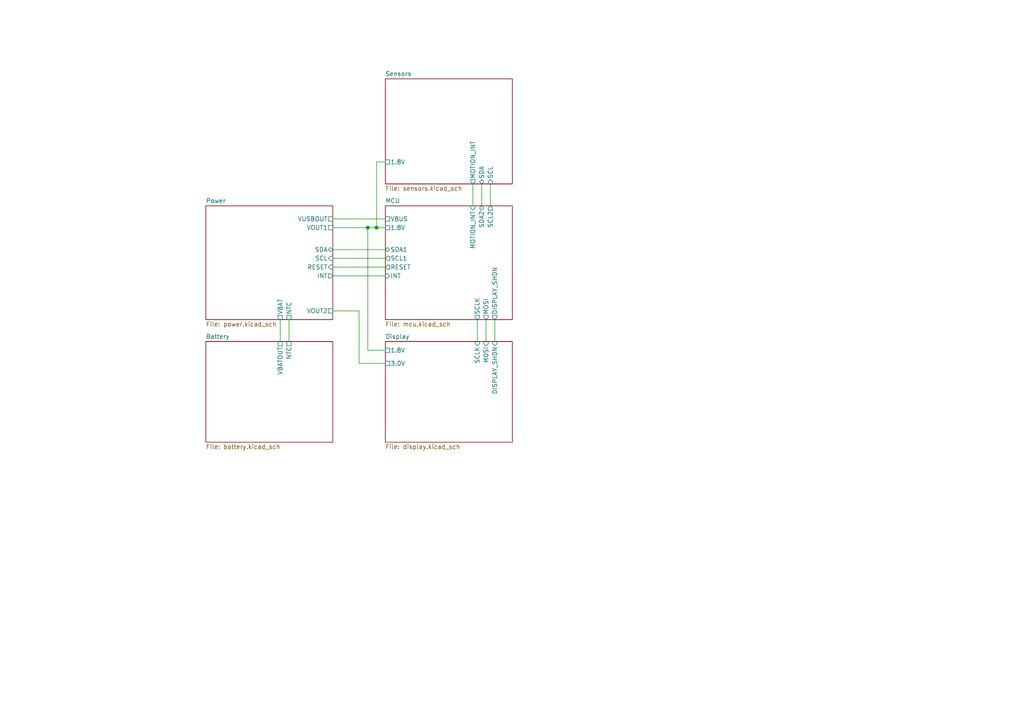
<source format=kicad_sch>
(kicad_sch
	(version 20231120)
	(generator "eeschema")
	(generator_version "8.0")
	(uuid "110ea5a2-03d6-426d-b79f-fcb4ea6cee9d")
	(paper "A4")
	(lib_symbols)
	(junction
		(at 106.68 66.04)
		(diameter 0)
		(color 0 0 0 0)
		(uuid "713946b1-3efb-45ed-adc6-558597f6175d")
	)
	(junction
		(at 109.22 66.04)
		(diameter 0)
		(color 0 0 0 0)
		(uuid "915ff076-959a-4761-9a7a-b36763ce8ad1")
	)
	(wire
		(pts
			(xy 106.68 101.6) (xy 106.68 66.04)
		)
		(stroke
			(width 0)
			(type default)
		)
		(uuid "050b2de8-834a-47fb-b6d8-566f9b4d27fb")
	)
	(wire
		(pts
			(xy 96.52 63.5) (xy 111.76 63.5)
		)
		(stroke
			(width 0)
			(type default)
		)
		(uuid "05dd1a84-3bb5-4d89-a3fe-d386094e0541")
	)
	(wire
		(pts
			(xy 140.97 92.71) (xy 140.97 99.06)
		)
		(stroke
			(width 0)
			(type default)
		)
		(uuid "1724182e-b503-40b0-ad06-fe075f5e24aa")
	)
	(wire
		(pts
			(xy 137.16 53.34) (xy 137.16 59.69)
		)
		(stroke
			(width 0)
			(type default)
		)
		(uuid "189c20df-25c2-4394-8033-86bed5be7974")
	)
	(wire
		(pts
			(xy 143.51 92.71) (xy 143.51 99.06)
		)
		(stroke
			(width 0)
			(type default)
		)
		(uuid "225a9b0d-6988-421a-8008-0c493036151f")
	)
	(wire
		(pts
			(xy 83.82 92.71) (xy 83.82 99.06)
		)
		(stroke
			(width 0)
			(type default)
		)
		(uuid "2a143437-0f72-47c0-b587-cfb3d14016e5")
	)
	(wire
		(pts
			(xy 109.22 46.99) (xy 111.76 46.99)
		)
		(stroke
			(width 0)
			(type default)
		)
		(uuid "363b65a1-558a-4e5d-9601-fb311399336d")
	)
	(wire
		(pts
			(xy 109.22 66.04) (xy 111.76 66.04)
		)
		(stroke
			(width 0)
			(type default)
		)
		(uuid "4ca6b519-6c1d-4dfb-9d86-d610bcbc455d")
	)
	(wire
		(pts
			(xy 96.52 74.93) (xy 111.76 74.93)
		)
		(stroke
			(width 0)
			(type default)
		)
		(uuid "674e47a4-6a59-473c-9ce9-8cf01b476252")
	)
	(wire
		(pts
			(xy 138.43 92.71) (xy 138.43 99.06)
		)
		(stroke
			(width 0)
			(type default)
		)
		(uuid "6c966296-b4b7-453f-aa56-9aa54f185bb6")
	)
	(wire
		(pts
			(xy 96.52 66.04) (xy 106.68 66.04)
		)
		(stroke
			(width 0)
			(type default)
		)
		(uuid "7783fcd4-d50a-4fc9-9fa3-591db802b4da")
	)
	(wire
		(pts
			(xy 96.52 72.39) (xy 111.76 72.39)
		)
		(stroke
			(width 0)
			(type default)
		)
		(uuid "87a97457-b287-4cf2-9e36-511e000b3b5e")
	)
	(wire
		(pts
			(xy 139.7 53.34) (xy 139.7 59.69)
		)
		(stroke
			(width 0)
			(type default)
		)
		(uuid "982c3a94-bae9-4047-a8ac-0efc64d5e50f")
	)
	(wire
		(pts
			(xy 142.24 53.34) (xy 142.24 59.69)
		)
		(stroke
			(width 0)
			(type default)
		)
		(uuid "9be88f9b-8b37-4b56-bf1d-af8712b4695b")
	)
	(wire
		(pts
			(xy 106.68 66.04) (xy 109.22 66.04)
		)
		(stroke
			(width 0)
			(type default)
		)
		(uuid "bc467ff8-6f5c-4124-af04-64005cf9ab3d")
	)
	(wire
		(pts
			(xy 109.22 66.04) (xy 109.22 46.99)
		)
		(stroke
			(width 0)
			(type default)
		)
		(uuid "ccadf76d-0746-4f05-b31b-37eae530493b")
	)
	(wire
		(pts
			(xy 111.76 101.6) (xy 106.68 101.6)
		)
		(stroke
			(width 0)
			(type default)
		)
		(uuid "d70d5306-e887-4b7f-8919-f0bddcd186f5")
	)
	(wire
		(pts
			(xy 96.52 90.17) (xy 104.14 90.17)
		)
		(stroke
			(width 0)
			(type default)
		)
		(uuid "d95967d4-831f-4d83-8817-e0712d20ea7a")
	)
	(wire
		(pts
			(xy 104.14 105.41) (xy 111.76 105.41)
		)
		(stroke
			(width 0)
			(type default)
		)
		(uuid "ddceb6dd-ad41-406c-b042-e701de70ea9f")
	)
	(wire
		(pts
			(xy 81.28 92.71) (xy 81.28 99.06)
		)
		(stroke
			(width 0)
			(type default)
		)
		(uuid "f05955ea-6655-432f-8575-f2cdf94d92b8")
	)
	(wire
		(pts
			(xy 96.52 80.01) (xy 111.76 80.01)
		)
		(stroke
			(width 0)
			(type default)
		)
		(uuid "fa94d184-9bbb-46ac-8169-17bc089755c0")
	)
	(wire
		(pts
			(xy 96.52 77.47) (xy 111.76 77.47)
		)
		(stroke
			(width 0)
			(type default)
		)
		(uuid "fd024d47-63b1-45fe-b545-57d74f6bcb5f")
	)
	(wire
		(pts
			(xy 104.14 90.17) (xy 104.14 105.41)
		)
		(stroke
			(width 0)
			(type default)
		)
		(uuid "fed3ab48-2ddb-4c6e-beb3-b538896d8282")
	)
	(sheet
		(at 59.69 59.69)
		(size 36.83 33.02)
		(fields_autoplaced yes)
		(stroke
			(width 0.1524)
			(type solid)
		)
		(fill
			(color 0 0 0 0.0000)
		)
		(uuid "37638529-c791-4545-86be-d41ede14aac5")
		(property "Sheetname" "Power"
			(at 59.69 58.9784 0)
			(effects
				(font
					(size 1.27 1.27)
				)
				(justify left bottom)
			)
		)
		(property "Sheetfile" "power.kicad_sch"
			(at 59.69 93.2946 0)
			(effects
				(font
					(size 1.27 1.27)
				)
				(justify left top)
			)
		)
		(pin "VOUT2" passive
			(at 96.52 90.17 0)
			(effects
				(font
					(size 1.27 1.27)
				)
				(justify right)
			)
			(uuid "cfd4bc67-3bc9-4e0f-ad9b-c3f1eb3d6d19")
		)
		(pin "VOUT1" passive
			(at 96.52 66.04 0)
			(effects
				(font
					(size 1.27 1.27)
				)
				(justify right)
			)
			(uuid "f94b76f4-3464-49ef-8791-1fb211fd83bd")
		)
		(pin "NTC" passive
			(at 83.82 92.71 270)
			(effects
				(font
					(size 1.27 1.27)
				)
				(justify left)
			)
			(uuid "8b3e75d6-1f65-463f-84f7-67926c123902")
		)
		(pin "INT" output
			(at 96.52 80.01 0)
			(effects
				(font
					(size 1.27 1.27)
				)
				(justify right)
			)
			(uuid "06f00f05-c4a4-4c41-ad24-bbe48504befb")
		)
		(pin "RESET" input
			(at 96.52 77.47 0)
			(effects
				(font
					(size 1.27 1.27)
				)
				(justify right)
			)
			(uuid "c36add53-a1a0-44d3-9560-fec6802fe426")
		)
		(pin "SDA" bidirectional
			(at 96.52 72.39 0)
			(effects
				(font
					(size 1.27 1.27)
				)
				(justify right)
			)
			(uuid "bca4cca1-a814-45ee-90b7-ea27f2593098")
		)
		(pin "SCL" input
			(at 96.52 74.93 0)
			(effects
				(font
					(size 1.27 1.27)
				)
				(justify right)
			)
			(uuid "45ddf0f1-0a6c-4927-93ad-4a2d7f5fed6e")
		)
		(pin "VBAT" passive
			(at 81.28 92.71 270)
			(effects
				(font
					(size 1.27 1.27)
				)
				(justify left)
			)
			(uuid "4de7bbc5-1bf3-41fa-9039-7aa370daa1f5")
		)
		(pin "VUSBOUT" passive
			(at 96.52 63.5 0)
			(effects
				(font
					(size 1.27 1.27)
				)
				(justify right)
			)
			(uuid "5eb7d779-95d2-402e-adea-1eb207131185")
		)
		(instances
			(project "OpenBikeComputer"
				(path "/110ea5a2-03d6-426d-b79f-fcb4ea6cee9d"
					(page "2")
				)
			)
		)
	)
	(sheet
		(at 111.76 99.06)
		(size 36.83 29.21)
		(fields_autoplaced yes)
		(stroke
			(width 0.1524)
			(type solid)
		)
		(fill
			(color 0 0 0 0.0000)
		)
		(uuid "67feebfd-a6ea-41ab-b461-383184077ed3")
		(property "Sheetname" "Display"
			(at 111.76 98.3484 0)
			(effects
				(font
					(size 1.27 1.27)
				)
				(justify left bottom)
			)
		)
		(property "Sheetfile" "display.kicad_sch"
			(at 111.76 128.8546 0)
			(effects
				(font
					(size 1.27 1.27)
				)
				(justify left top)
			)
		)
		(pin "1.8V" passive
			(at 111.76 101.6 180)
			(effects
				(font
					(size 1.27 1.27)
				)
				(justify left)
			)
			(uuid "8faffd0b-2d71-45eb-9e6e-0e4704ec95d5")
		)
		(pin "3.0V" passive
			(at 111.76 105.41 180)
			(effects
				(font
					(size 1.27 1.27)
				)
				(justify left)
			)
			(uuid "69a48f04-aade-4800-a95e-92e115814605")
		)
		(pin "SCLK" input
			(at 138.43 99.06 90)
			(effects
				(font
					(size 1.27 1.27)
				)
				(justify right)
			)
			(uuid "5aab725f-2ca5-471f-9da7-e88690214173")
		)
		(pin "MOSI" input
			(at 140.97 99.06 90)
			(effects
				(font
					(size 1.27 1.27)
				)
				(justify right)
			)
			(uuid "76da57c3-4f28-443d-bf40-fa4e8c69eb51")
		)
		(pin "DISPLAY_SHDN" input
			(at 143.51 99.06 90)
			(effects
				(font
					(size 1.27 1.27)
				)
				(justify right)
			)
			(uuid "401b9197-a3de-4671-90cc-5325b84c9c30")
		)
		(instances
			(project "OpenBikeComputer"
				(path "/110ea5a2-03d6-426d-b79f-fcb4ea6cee9d"
					(page "5")
				)
			)
		)
	)
	(sheet
		(at 111.76 22.86)
		(size 36.83 30.48)
		(fields_autoplaced yes)
		(stroke
			(width 0.1524)
			(type solid)
		)
		(fill
			(color 0 0 0 0.0000)
		)
		(uuid "7aa00029-f5f2-4535-b444-7e5f9da482b1")
		(property "Sheetname" "Sensors"
			(at 111.76 22.1484 0)
			(effects
				(font
					(size 1.27 1.27)
				)
				(justify left bottom)
			)
		)
		(property "Sheetfile" "sensors.kicad_sch"
			(at 111.76 53.9246 0)
			(effects
				(font
					(size 1.27 1.27)
				)
				(justify left top)
			)
		)
		(pin "1.8V" passive
			(at 111.76 46.99 180)
			(effects
				(font
					(size 1.27 1.27)
				)
				(justify left)
			)
			(uuid "386101e2-a4a0-4bbc-87c0-41e95fd58a80")
		)
		(pin "MOTION_INT" output
			(at 137.16 53.34 270)
			(effects
				(font
					(size 1.27 1.27)
				)
				(justify left)
			)
			(uuid "f40466ae-8b5c-4ac2-b68c-3abfffc46792")
		)
		(pin "SDA" bidirectional
			(at 139.7 53.34 270)
			(effects
				(font
					(size 1.27 1.27)
				)
				(justify left)
			)
			(uuid "8cb3cf78-4d23-476f-a6c2-ffe30966b2e2")
		)
		(pin "SCL" input
			(at 142.24 53.34 270)
			(effects
				(font
					(size 1.27 1.27)
				)
				(justify left)
			)
			(uuid "84c40ea3-889d-4a94-a5c1-c1bfeac8f003")
		)
		(instances
			(project "OpenBikeComputer"
				(path "/110ea5a2-03d6-426d-b79f-fcb4ea6cee9d"
					(page "6")
				)
			)
		)
	)
	(sheet
		(at 111.76 59.69)
		(size 36.83 33.02)
		(fields_autoplaced yes)
		(stroke
			(width 0.1524)
			(type solid)
		)
		(fill
			(color 0 0 0 0.0000)
		)
		(uuid "8ab31578-d5d6-4677-b849-7ef5be6f3fc0")
		(property "Sheetname" "MCU"
			(at 111.76 58.9784 0)
			(effects
				(font
					(size 1.27 1.27)
				)
				(justify left bottom)
			)
		)
		(property "Sheetfile" "mcu.kicad_sch"
			(at 111.76 93.2946 0)
			(effects
				(font
					(size 1.27 1.27)
				)
				(justify left top)
			)
		)
		(pin "VBUS" passive
			(at 111.76 63.5 180)
			(effects
				(font
					(size 1.27 1.27)
				)
				(justify left)
			)
			(uuid "3bfeb9b0-cb7b-40bc-9d8e-0ecf46c856fc")
		)
		(pin "1.8V" passive
			(at 111.76 66.04 180)
			(effects
				(font
					(size 1.27 1.27)
				)
				(justify left)
			)
			(uuid "4c247b3d-eb11-45c7-9629-973f907d8c9f")
		)
		(pin "SCLK" output
			(at 138.43 92.71 270)
			(effects
				(font
					(size 1.27 1.27)
				)
				(justify left)
			)
			(uuid "ab29ac20-9931-48fe-996b-ccbf8be67efd")
		)
		(pin "MOSI" output
			(at 140.97 92.71 270)
			(effects
				(font
					(size 1.27 1.27)
				)
				(justify left)
			)
			(uuid "6aa6bc21-057f-4792-b0b2-b32d7ec59e7a")
		)
		(pin "RESET" output
			(at 111.76 77.47 180)
			(effects
				(font
					(size 1.27 1.27)
				)
				(justify left)
			)
			(uuid "68b883d5-5d09-419d-bbe6-6c13c7c97abe")
		)
		(pin "INT" input
			(at 111.76 80.01 180)
			(effects
				(font
					(size 1.27 1.27)
				)
				(justify left)
			)
			(uuid "3cdbf9be-9af9-458b-93c4-acbb83367229")
		)
		(pin "MOTION_INT" input
			(at 137.16 59.69 90)
			(effects
				(font
					(size 1.27 1.27)
				)
				(justify right)
			)
			(uuid "be7f16ba-3e1e-430e-b4a0-83ea7b1de586")
		)
		(pin "SCL1" output
			(at 111.76 74.93 180)
			(effects
				(font
					(size 1.27 1.27)
				)
				(justify left)
			)
			(uuid "5e614b82-d7cf-4a5d-9a23-01c40ec59076")
		)
		(pin "SDA1" bidirectional
			(at 111.76 72.39 180)
			(effects
				(font
					(size 1.27 1.27)
				)
				(justify left)
			)
			(uuid "88881e9f-499f-4288-97e4-7ae69a61c648")
		)
		(pin "SCL2" output
			(at 142.24 59.69 90)
			(effects
				(font
					(size 1.27 1.27)
				)
				(justify right)
			)
			(uuid "c6847987-a2ec-43cf-96a2-13a665afd6cc")
		)
		(pin "SDA2" bidirectional
			(at 139.7 59.69 90)
			(effects
				(font
					(size 1.27 1.27)
				)
				(justify right)
			)
			(uuid "baad51d4-daf7-47a9-85e1-5a280a2b6e6a")
		)
		(pin "DISPLAY_SHDN" output
			(at 143.51 92.71 270)
			(effects
				(font
					(size 1.27 1.27)
				)
				(justify left)
			)
			(uuid "4d6c9c82-6034-484c-8e45-1c02b80fb51a")
		)
		(instances
			(project "OpenBikeComputer"
				(path "/110ea5a2-03d6-426d-b79f-fcb4ea6cee9d"
					(page "3")
				)
			)
		)
	)
	(sheet
		(at 59.69 99.06)
		(size 36.83 29.21)
		(fields_autoplaced yes)
		(stroke
			(width 0.1524)
			(type solid)
		)
		(fill
			(color 0 0 0 0.0000)
		)
		(uuid "dc3e7033-8db9-4a67-89af-efd72c91eddd")
		(property "Sheetname" "Battery"
			(at 59.69 98.3484 0)
			(effects
				(font
					(size 1.27 1.27)
				)
				(justify left bottom)
			)
		)
		(property "Sheetfile" "battery.kicad_sch"
			(at 59.69 128.8546 0)
			(effects
				(font
					(size 1.27 1.27)
				)
				(justify left top)
			)
		)
		(pin "VBATOUT" passive
			(at 81.28 99.06 90)
			(effects
				(font
					(size 1.27 1.27)
				)
				(justify right)
			)
			(uuid "ad52eef3-e4cf-47b5-bdc2-15271af356bb")
		)
		(pin "NTC" passive
			(at 83.82 99.06 90)
			(effects
				(font
					(size 1.27 1.27)
				)
				(justify right)
			)
			(uuid "28efdd4a-0092-4ac5-99bf-8eb0c571b676")
		)
		(instances
			(project "OpenBikeComputer"
				(path "/110ea5a2-03d6-426d-b79f-fcb4ea6cee9d"
					(page "4")
				)
			)
		)
	)
	(sheet_instances
		(path "/"
			(page "1")
		)
	)
)

</source>
